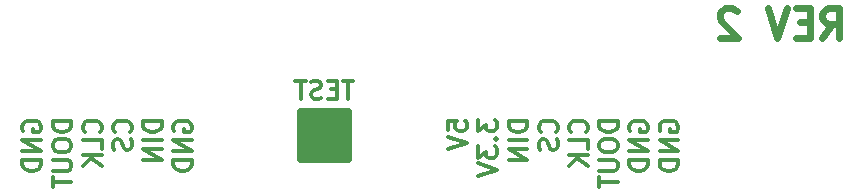
<source format=gbo>
%TF.GenerationSoftware,KiCad,Pcbnew,(6.0.1)*%
%TF.CreationDate,2022-08-01T09:45:51-04:00*%
%TF.ProjectId,MAX7219X4,4d415837-3231-4395-9834-2e6b69636164,2*%
%TF.SameCoordinates,Original*%
%TF.FileFunction,Legend,Bot*%
%TF.FilePolarity,Positive*%
%FSLAX46Y46*%
G04 Gerber Fmt 4.6, Leading zero omitted, Abs format (unit mm)*
G04 Created by KiCad (PCBNEW (6.0.1)) date 2022-08-01 09:45:51*
%MOMM*%
%LPD*%
G01*
G04 APERTURE LIST*
%ADD10C,0.317500*%
%ADD11C,0.625000*%
%ADD12C,0.304800*%
%ADD13C,0.650000*%
G04 APERTURE END LIST*
D10*
X78414563Y-116731898D02*
X78338967Y-116580708D01*
X78338967Y-116353922D01*
X78414563Y-116127136D01*
X78565753Y-115975946D01*
X78716943Y-115900351D01*
X79019324Y-115824755D01*
X79246110Y-115824755D01*
X79548491Y-115900351D01*
X79699682Y-115975946D01*
X79850872Y-116127136D01*
X79926467Y-116353922D01*
X79926467Y-116505113D01*
X79850872Y-116731898D01*
X79775277Y-116807494D01*
X79246110Y-116807494D01*
X79246110Y-116505113D01*
X79926467Y-117487851D02*
X78338967Y-117487851D01*
X79926467Y-118394994D01*
X78338967Y-118394994D01*
X79926467Y-119150946D02*
X78338967Y-119150946D01*
X78338967Y-119528922D01*
X78414563Y-119755708D01*
X78565753Y-119906898D01*
X78716943Y-119982494D01*
X79019324Y-120058089D01*
X79246110Y-120058089D01*
X79548491Y-119982494D01*
X79699682Y-119906898D01*
X79850872Y-119755708D01*
X79926467Y-119528922D01*
X79926467Y-119150946D01*
X82482342Y-115900351D02*
X80894842Y-115900351D01*
X80894842Y-116278327D01*
X80970438Y-116505113D01*
X81121628Y-116656303D01*
X81272818Y-116731898D01*
X81575199Y-116807494D01*
X81801985Y-116807494D01*
X82104366Y-116731898D01*
X82255557Y-116656303D01*
X82406747Y-116505113D01*
X82482342Y-116278327D01*
X82482342Y-115900351D01*
X80894842Y-117790232D02*
X80894842Y-118092613D01*
X80970438Y-118243803D01*
X81121628Y-118394994D01*
X81424009Y-118470589D01*
X81953176Y-118470589D01*
X82255557Y-118394994D01*
X82406747Y-118243803D01*
X82482342Y-118092613D01*
X82482342Y-117790232D01*
X82406747Y-117639041D01*
X82255557Y-117487851D01*
X81953176Y-117412255D01*
X81424009Y-117412255D01*
X81121628Y-117487851D01*
X80970438Y-117639041D01*
X80894842Y-117790232D01*
X80894842Y-119150946D02*
X82179961Y-119150946D01*
X82331152Y-119226541D01*
X82406747Y-119302136D01*
X82482342Y-119453327D01*
X82482342Y-119755708D01*
X82406747Y-119906898D01*
X82331152Y-119982494D01*
X82179961Y-120058089D01*
X80894842Y-120058089D01*
X80894842Y-120587255D02*
X80894842Y-121494398D01*
X82482342Y-121040827D02*
X80894842Y-121040827D01*
X84887027Y-116807494D02*
X84962622Y-116731898D01*
X85038217Y-116505113D01*
X85038217Y-116353922D01*
X84962622Y-116127136D01*
X84811432Y-115975946D01*
X84660241Y-115900351D01*
X84357860Y-115824755D01*
X84131074Y-115824755D01*
X83828693Y-115900351D01*
X83677503Y-115975946D01*
X83526313Y-116127136D01*
X83450717Y-116353922D01*
X83450717Y-116505113D01*
X83526313Y-116731898D01*
X83601908Y-116807494D01*
X85038217Y-118243803D02*
X85038217Y-117487851D01*
X83450717Y-117487851D01*
X85038217Y-118772970D02*
X83450717Y-118772970D01*
X85038217Y-119680113D02*
X84131074Y-118999755D01*
X83450717Y-119680113D02*
X84357860Y-118772970D01*
X87442902Y-116807494D02*
X87518497Y-116731898D01*
X87594092Y-116505113D01*
X87594092Y-116353922D01*
X87518497Y-116127136D01*
X87367307Y-115975946D01*
X87216116Y-115900351D01*
X86913735Y-115824755D01*
X86686949Y-115824755D01*
X86384568Y-115900351D01*
X86233378Y-115975946D01*
X86082188Y-116127136D01*
X86006592Y-116353922D01*
X86006592Y-116505113D01*
X86082188Y-116731898D01*
X86157783Y-116807494D01*
X87518497Y-117412255D02*
X87594092Y-117639041D01*
X87594092Y-118017017D01*
X87518497Y-118168208D01*
X87442902Y-118243803D01*
X87291711Y-118319398D01*
X87140521Y-118319398D01*
X86989330Y-118243803D01*
X86913735Y-118168208D01*
X86838140Y-118017017D01*
X86762545Y-117714636D01*
X86686949Y-117563446D01*
X86611354Y-117487851D01*
X86460164Y-117412255D01*
X86308973Y-117412255D01*
X86157783Y-117487851D01*
X86082188Y-117563446D01*
X86006592Y-117714636D01*
X86006592Y-118092613D01*
X86082188Y-118319398D01*
X90149967Y-115900351D02*
X88562467Y-115900351D01*
X88562467Y-116278327D01*
X88638063Y-116505113D01*
X88789253Y-116656303D01*
X88940443Y-116731898D01*
X89242824Y-116807494D01*
X89469610Y-116807494D01*
X89771991Y-116731898D01*
X89923182Y-116656303D01*
X90074372Y-116505113D01*
X90149967Y-116278327D01*
X90149967Y-115900351D01*
X90149967Y-117487851D02*
X88562467Y-117487851D01*
X90149967Y-118243803D02*
X88562467Y-118243803D01*
X90149967Y-119150946D01*
X88562467Y-119150946D01*
X91193938Y-116731898D02*
X91118342Y-116580708D01*
X91118342Y-116353922D01*
X91193938Y-116127136D01*
X91345128Y-115975946D01*
X91496318Y-115900351D01*
X91798699Y-115824755D01*
X92025485Y-115824755D01*
X92327866Y-115900351D01*
X92479057Y-115975946D01*
X92630247Y-116127136D01*
X92705842Y-116353922D01*
X92705842Y-116505113D01*
X92630247Y-116731898D01*
X92554652Y-116807494D01*
X92025485Y-116807494D01*
X92025485Y-116505113D01*
X92705842Y-117487851D02*
X91118342Y-117487851D01*
X92705842Y-118394994D01*
X91118342Y-118394994D01*
X92705842Y-119150946D02*
X91118342Y-119150946D01*
X91118342Y-119528922D01*
X91193938Y-119755708D01*
X91345128Y-119906898D01*
X91496318Y-119982494D01*
X91798699Y-120058089D01*
X92025485Y-120058089D01*
X92327866Y-119982494D01*
X92479057Y-119906898D01*
X92630247Y-119755708D01*
X92705842Y-119528922D01*
X92705842Y-119150946D01*
D11*
X146065428Y-108826952D02*
X146898761Y-107636476D01*
X147494000Y-108826952D02*
X147494000Y-106326952D01*
X146541619Y-106326952D01*
X146303523Y-106446000D01*
X146184476Y-106565047D01*
X146065428Y-106803142D01*
X146065428Y-107160285D01*
X146184476Y-107398380D01*
X146303523Y-107517428D01*
X146541619Y-107636476D01*
X147494000Y-107636476D01*
X144994000Y-107517428D02*
X144160666Y-107517428D01*
X143803523Y-108826952D02*
X144994000Y-108826952D01*
X144994000Y-106326952D01*
X143803523Y-106326952D01*
X143089238Y-106326952D02*
X142255904Y-108826952D01*
X141422571Y-106326952D01*
X138803523Y-106565047D02*
X138684476Y-106446000D01*
X138446380Y-106326952D01*
X137851142Y-106326952D01*
X137613047Y-106446000D01*
X137494000Y-106565047D01*
X137374952Y-106803142D01*
X137374952Y-107041238D01*
X137494000Y-107398380D01*
X138922571Y-108826952D01*
X137374952Y-108826952D01*
D10*
X114391092Y-116656303D02*
X114391092Y-115900351D01*
X115147045Y-115824755D01*
X115071449Y-115900351D01*
X114995854Y-116051541D01*
X114995854Y-116429517D01*
X115071449Y-116580708D01*
X115147045Y-116656303D01*
X115298235Y-116731898D01*
X115676211Y-116731898D01*
X115827402Y-116656303D01*
X115902997Y-116580708D01*
X115978592Y-116429517D01*
X115978592Y-116051541D01*
X115902997Y-115900351D01*
X115827402Y-115824755D01*
X114391092Y-117185470D02*
X115978592Y-117714636D01*
X114391092Y-118243803D01*
X116946967Y-115749160D02*
X116946967Y-116731898D01*
X117551729Y-116202732D01*
X117551729Y-116429517D01*
X117627324Y-116580708D01*
X117702920Y-116656303D01*
X117854110Y-116731898D01*
X118232086Y-116731898D01*
X118383277Y-116656303D01*
X118458872Y-116580708D01*
X118534467Y-116429517D01*
X118534467Y-115975946D01*
X118458872Y-115824755D01*
X118383277Y-115749160D01*
X118383277Y-117412255D02*
X118458872Y-117487851D01*
X118534467Y-117412255D01*
X118458872Y-117336660D01*
X118383277Y-117412255D01*
X118534467Y-117412255D01*
X116946967Y-118017017D02*
X116946967Y-118999755D01*
X117551729Y-118470589D01*
X117551729Y-118697375D01*
X117627324Y-118848565D01*
X117702920Y-118924160D01*
X117854110Y-118999755D01*
X118232086Y-118999755D01*
X118383277Y-118924160D01*
X118458872Y-118848565D01*
X118534467Y-118697375D01*
X118534467Y-118243803D01*
X118458872Y-118092613D01*
X118383277Y-118017017D01*
X116946967Y-119453327D02*
X118534467Y-119982494D01*
X116946967Y-120511660D01*
X121090342Y-115900351D02*
X119502842Y-115900351D01*
X119502842Y-116278327D01*
X119578438Y-116505113D01*
X119729628Y-116656303D01*
X119880818Y-116731898D01*
X120183199Y-116807494D01*
X120409985Y-116807494D01*
X120712366Y-116731898D01*
X120863557Y-116656303D01*
X121014747Y-116505113D01*
X121090342Y-116278327D01*
X121090342Y-115900351D01*
X121090342Y-117487851D02*
X119502842Y-117487851D01*
X121090342Y-118243803D02*
X119502842Y-118243803D01*
X121090342Y-119150946D01*
X119502842Y-119150946D01*
X123495027Y-116807494D02*
X123570622Y-116731898D01*
X123646217Y-116505113D01*
X123646217Y-116353922D01*
X123570622Y-116127136D01*
X123419432Y-115975946D01*
X123268241Y-115900351D01*
X122965860Y-115824755D01*
X122739074Y-115824755D01*
X122436693Y-115900351D01*
X122285503Y-115975946D01*
X122134313Y-116127136D01*
X122058717Y-116353922D01*
X122058717Y-116505113D01*
X122134313Y-116731898D01*
X122209908Y-116807494D01*
X123570622Y-117412255D02*
X123646217Y-117639041D01*
X123646217Y-118017017D01*
X123570622Y-118168208D01*
X123495027Y-118243803D01*
X123343836Y-118319398D01*
X123192646Y-118319398D01*
X123041455Y-118243803D01*
X122965860Y-118168208D01*
X122890265Y-118017017D01*
X122814670Y-117714636D01*
X122739074Y-117563446D01*
X122663479Y-117487851D01*
X122512289Y-117412255D01*
X122361098Y-117412255D01*
X122209908Y-117487851D01*
X122134313Y-117563446D01*
X122058717Y-117714636D01*
X122058717Y-118092613D01*
X122134313Y-118319398D01*
X126050902Y-116807494D02*
X126126497Y-116731898D01*
X126202092Y-116505113D01*
X126202092Y-116353922D01*
X126126497Y-116127136D01*
X125975307Y-115975946D01*
X125824116Y-115900351D01*
X125521735Y-115824755D01*
X125294949Y-115824755D01*
X124992568Y-115900351D01*
X124841378Y-115975946D01*
X124690188Y-116127136D01*
X124614592Y-116353922D01*
X124614592Y-116505113D01*
X124690188Y-116731898D01*
X124765783Y-116807494D01*
X126202092Y-118243803D02*
X126202092Y-117487851D01*
X124614592Y-117487851D01*
X126202092Y-118772970D02*
X124614592Y-118772970D01*
X126202092Y-119680113D02*
X125294949Y-118999755D01*
X124614592Y-119680113D02*
X125521735Y-118772970D01*
X128757967Y-115900351D02*
X127170467Y-115900351D01*
X127170467Y-116278327D01*
X127246063Y-116505113D01*
X127397253Y-116656303D01*
X127548443Y-116731898D01*
X127850824Y-116807494D01*
X128077610Y-116807494D01*
X128379991Y-116731898D01*
X128531182Y-116656303D01*
X128682372Y-116505113D01*
X128757967Y-116278327D01*
X128757967Y-115900351D01*
X127170467Y-117790232D02*
X127170467Y-118092613D01*
X127246063Y-118243803D01*
X127397253Y-118394994D01*
X127699634Y-118470589D01*
X128228801Y-118470589D01*
X128531182Y-118394994D01*
X128682372Y-118243803D01*
X128757967Y-118092613D01*
X128757967Y-117790232D01*
X128682372Y-117639041D01*
X128531182Y-117487851D01*
X128228801Y-117412255D01*
X127699634Y-117412255D01*
X127397253Y-117487851D01*
X127246063Y-117639041D01*
X127170467Y-117790232D01*
X127170467Y-119150946D02*
X128455586Y-119150946D01*
X128606777Y-119226541D01*
X128682372Y-119302136D01*
X128757967Y-119453327D01*
X128757967Y-119755708D01*
X128682372Y-119906898D01*
X128606777Y-119982494D01*
X128455586Y-120058089D01*
X127170467Y-120058089D01*
X127170467Y-120587255D02*
X127170467Y-121494398D01*
X128757967Y-121040827D02*
X127170467Y-121040827D01*
X129801938Y-116731898D02*
X129726342Y-116580708D01*
X129726342Y-116353922D01*
X129801938Y-116127136D01*
X129953128Y-115975946D01*
X130104318Y-115900351D01*
X130406699Y-115824755D01*
X130633485Y-115824755D01*
X130935866Y-115900351D01*
X131087057Y-115975946D01*
X131238247Y-116127136D01*
X131313842Y-116353922D01*
X131313842Y-116505113D01*
X131238247Y-116731898D01*
X131162652Y-116807494D01*
X130633485Y-116807494D01*
X130633485Y-116505113D01*
X131313842Y-117487851D02*
X129726342Y-117487851D01*
X131313842Y-118394994D01*
X129726342Y-118394994D01*
X131313842Y-119150946D02*
X129726342Y-119150946D01*
X129726342Y-119528922D01*
X129801938Y-119755708D01*
X129953128Y-119906898D01*
X130104318Y-119982494D01*
X130406699Y-120058089D01*
X130633485Y-120058089D01*
X130935866Y-119982494D01*
X131087057Y-119906898D01*
X131238247Y-119755708D01*
X131313842Y-119528922D01*
X131313842Y-119150946D01*
X132357813Y-116731898D02*
X132282217Y-116580708D01*
X132282217Y-116353922D01*
X132357813Y-116127136D01*
X132509003Y-115975946D01*
X132660193Y-115900351D01*
X132962574Y-115824755D01*
X133189360Y-115824755D01*
X133491741Y-115900351D01*
X133642932Y-115975946D01*
X133794122Y-116127136D01*
X133869717Y-116353922D01*
X133869717Y-116505113D01*
X133794122Y-116731898D01*
X133718527Y-116807494D01*
X133189360Y-116807494D01*
X133189360Y-116505113D01*
X133869717Y-117487851D02*
X132282217Y-117487851D01*
X133869717Y-118394994D01*
X132282217Y-118394994D01*
X133869717Y-119150946D02*
X132282217Y-119150946D01*
X132282217Y-119528922D01*
X132357813Y-119755708D01*
X132509003Y-119906898D01*
X132660193Y-119982494D01*
X132962574Y-120058089D01*
X133189360Y-120058089D01*
X133491741Y-119982494D01*
X133642932Y-119906898D01*
X133794122Y-119755708D01*
X133869717Y-119528922D01*
X133869717Y-119150946D01*
D12*
%TO.C,TEST*%
X106317142Y-112449428D02*
X105446285Y-112449428D01*
X105881714Y-113973428D02*
X105881714Y-112449428D01*
X104938285Y-113175142D02*
X104430285Y-113175142D01*
X104212571Y-113973428D02*
X104938285Y-113973428D01*
X104938285Y-112449428D01*
X104212571Y-112449428D01*
X103632000Y-113900857D02*
X103414285Y-113973428D01*
X103051428Y-113973428D01*
X102906285Y-113900857D01*
X102833714Y-113828285D01*
X102761142Y-113683142D01*
X102761142Y-113538000D01*
X102833714Y-113392857D01*
X102906285Y-113320285D01*
X103051428Y-113247714D01*
X103341714Y-113175142D01*
X103486857Y-113102571D01*
X103559428Y-113030000D01*
X103632000Y-112884857D01*
X103632000Y-112739714D01*
X103559428Y-112594571D01*
X103486857Y-112522000D01*
X103341714Y-112449428D01*
X102978857Y-112449428D01*
X102761142Y-112522000D01*
X102325714Y-112449428D02*
X101454857Y-112449428D01*
X101890285Y-113973428D02*
X101890285Y-112449428D01*
D13*
X101886000Y-115094000D02*
X105886000Y-115094000D01*
X105886000Y-115094000D02*
X105886000Y-119094000D01*
X105886000Y-119094000D02*
X101886000Y-119094000D01*
X101886000Y-119094000D02*
X101886000Y-115094000D01*
X101886000Y-115094000D02*
X101886000Y-115594000D01*
X101886000Y-115594000D02*
X105886000Y-115594000D01*
X105886000Y-115594000D02*
X105886000Y-116094000D01*
X105886000Y-116094000D02*
X101886000Y-116094000D01*
X101886000Y-116094000D02*
X101886000Y-116594000D01*
X101886000Y-116594000D02*
X105886000Y-116594000D01*
X105886000Y-116594000D02*
X105886000Y-117094000D01*
X105886000Y-117094000D02*
X101886000Y-117094000D01*
X101886000Y-117094000D02*
X101886000Y-117594000D01*
X101886000Y-117594000D02*
X105386000Y-117594000D01*
X105386000Y-117594000D02*
X105886000Y-117594000D01*
X105886000Y-117594000D02*
X105886000Y-118094000D01*
X105886000Y-118094000D02*
X101886000Y-118094000D01*
X101886000Y-118094000D02*
X101886000Y-118594000D01*
X101886000Y-118594000D02*
X105886000Y-118594000D01*
%TD*%
M02*

</source>
